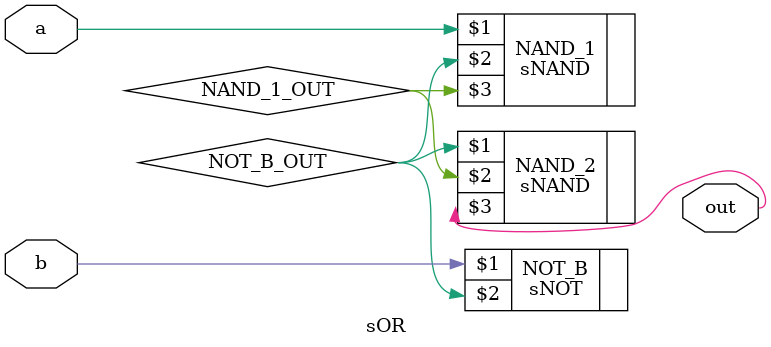
<source format=v>

/**
We start with the Canonical Representation, creatd from evaluating the OR Truth Table.
Canonical OR: !A*B + A*!B + A*B

Using Boolean algebra we can simplify to: B + A*!B
With De Morgan's Law (!A + !B = !(A*B)) we get that OR can be represented with: !(!B * ![A * !B])
Which is basically NAND(!B, NAND(A,!B))
**/

`include "NOT_module.v"

module sOR (a, b, out);
input a, b;
output out;

wire NAND_1_OUT;
wire NOT_B_OUT;

sNOT NOT_B (b, NOT_B_OUT);
sNAND NAND_1 (a, NOT_B_OUT, NAND_1_OUT);
sNAND NAND_2 (NOT_B_OUT, NAND_1_OUT, out);

endmodule

</source>
